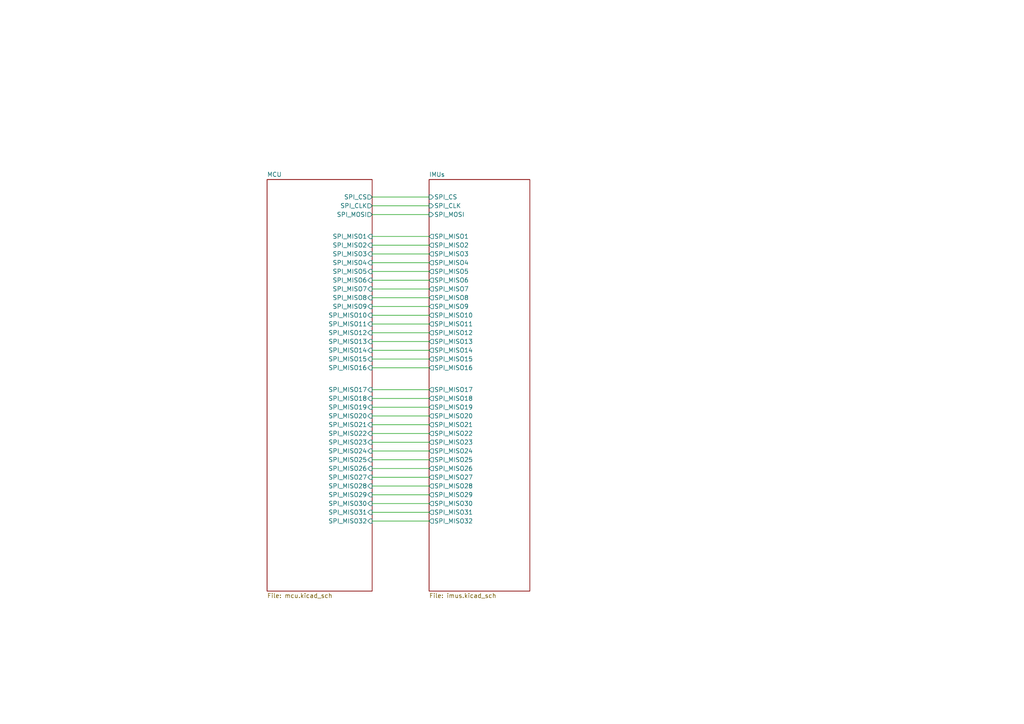
<source format=kicad_sch>
(kicad_sch
	(version 20231120)
	(generator "eeschema")
	(generator_version "8.0")
	(uuid "c46df1ec-dc4c-4f00-9080-69e5a3207676")
	(paper "A4")
	(lib_symbols)
	(wire
		(pts
			(xy 107.95 128.27) (xy 124.46 128.27)
		)
		(stroke
			(width 0)
			(type default)
		)
		(uuid "0496962c-4303-42cc-874b-607d7e94ce9a")
	)
	(wire
		(pts
			(xy 107.95 118.11) (xy 124.46 118.11)
		)
		(stroke
			(width 0)
			(type default)
		)
		(uuid "0754f6ad-50df-44a9-a4d7-a1eada695447")
	)
	(wire
		(pts
			(xy 107.95 73.66) (xy 124.46 73.66)
		)
		(stroke
			(width 0)
			(type default)
		)
		(uuid "17a69b89-ed75-41ab-b978-410a2ab96892")
	)
	(wire
		(pts
			(xy 107.95 88.9) (xy 124.46 88.9)
		)
		(stroke
			(width 0)
			(type default)
		)
		(uuid "1c891721-6ff6-40cf-8d55-90f36176dcd6")
	)
	(wire
		(pts
			(xy 107.95 71.12) (xy 124.46 71.12)
		)
		(stroke
			(width 0)
			(type default)
		)
		(uuid "2033f08f-ebbb-4c3d-a129-e24683ce2d7f")
	)
	(wire
		(pts
			(xy 107.95 113.03) (xy 124.46 113.03)
		)
		(stroke
			(width 0)
			(type default)
		)
		(uuid "26469c7e-a4aa-4e80-b31d-91f42299f961")
	)
	(wire
		(pts
			(xy 107.95 140.97) (xy 124.46 140.97)
		)
		(stroke
			(width 0)
			(type default)
		)
		(uuid "2e288efd-4a62-48a0-a6f9-5cc413ffb594")
	)
	(wire
		(pts
			(xy 107.95 106.68) (xy 124.46 106.68)
		)
		(stroke
			(width 0)
			(type default)
		)
		(uuid "40c12de8-e866-4752-8f94-d34648ecb5a3")
	)
	(wire
		(pts
			(xy 107.95 148.59) (xy 124.46 148.59)
		)
		(stroke
			(width 0)
			(type default)
		)
		(uuid "4683b463-f5af-4967-8ee6-4c1d7a64e0b5")
	)
	(wire
		(pts
			(xy 107.95 57.15) (xy 124.46 57.15)
		)
		(stroke
			(width 0)
			(type default)
		)
		(uuid "4c1c9b0f-642e-4170-b4f6-4814827f1581")
	)
	(wire
		(pts
			(xy 107.95 138.43) (xy 124.46 138.43)
		)
		(stroke
			(width 0)
			(type default)
		)
		(uuid "54da34da-67e2-453e-88ba-2bc4e86523a8")
	)
	(wire
		(pts
			(xy 107.95 59.69) (xy 124.46 59.69)
		)
		(stroke
			(width 0)
			(type default)
		)
		(uuid "5b2b210e-a783-4253-b35e-27723d3c4999")
	)
	(wire
		(pts
			(xy 107.95 130.81) (xy 124.46 130.81)
		)
		(stroke
			(width 0)
			(type default)
		)
		(uuid "69b10a31-ed91-45b3-992f-2bd8b0a82d9f")
	)
	(wire
		(pts
			(xy 107.95 81.28) (xy 124.46 81.28)
		)
		(stroke
			(width 0)
			(type default)
		)
		(uuid "6aeff733-8a87-4d45-9c7b-39d8ec22d1df")
	)
	(wire
		(pts
			(xy 107.95 76.2) (xy 124.46 76.2)
		)
		(stroke
			(width 0)
			(type default)
		)
		(uuid "7bfcb666-ff28-489e-8a45-468f90096c35")
	)
	(wire
		(pts
			(xy 107.95 146.05) (xy 124.46 146.05)
		)
		(stroke
			(width 0)
			(type default)
		)
		(uuid "7e8a8c42-a107-45da-83ec-f26414965f19")
	)
	(wire
		(pts
			(xy 107.95 62.23) (xy 124.46 62.23)
		)
		(stroke
			(width 0)
			(type default)
		)
		(uuid "86e151d0-740a-45a3-9cf0-1d7bed365496")
	)
	(wire
		(pts
			(xy 107.95 120.65) (xy 124.46 120.65)
		)
		(stroke
			(width 0)
			(type default)
		)
		(uuid "87a5997e-e9c7-440b-a974-0a8f69fb1007")
	)
	(wire
		(pts
			(xy 107.95 101.6) (xy 124.46 101.6)
		)
		(stroke
			(width 0)
			(type default)
		)
		(uuid "8c4d3d2c-7039-40ba-994e-0c6dee63b39a")
	)
	(wire
		(pts
			(xy 107.95 133.35) (xy 124.46 133.35)
		)
		(stroke
			(width 0)
			(type default)
		)
		(uuid "90e845d6-ad9b-46d7-8b47-88cfd231ce50")
	)
	(wire
		(pts
			(xy 107.95 83.82) (xy 124.46 83.82)
		)
		(stroke
			(width 0)
			(type default)
		)
		(uuid "94733267-e53a-4b94-9136-87efceaf433d")
	)
	(wire
		(pts
			(xy 107.95 115.57) (xy 124.46 115.57)
		)
		(stroke
			(width 0)
			(type default)
		)
		(uuid "9efd9cde-cca9-4a21-bebc-c3d1ba76f204")
	)
	(wire
		(pts
			(xy 107.95 135.89) (xy 124.46 135.89)
		)
		(stroke
			(width 0)
			(type default)
		)
		(uuid "a87a2ff3-f2c3-4ed3-b317-f4cdb2ee0434")
	)
	(wire
		(pts
			(xy 107.95 125.73) (xy 124.46 125.73)
		)
		(stroke
			(width 0)
			(type default)
		)
		(uuid "ab5491b8-c231-4f6f-94bc-c95db74c36a9")
	)
	(wire
		(pts
			(xy 107.95 96.52) (xy 124.46 96.52)
		)
		(stroke
			(width 0)
			(type default)
		)
		(uuid "ac393b35-0c6f-4057-9fe6-bdcfd64c215b")
	)
	(wire
		(pts
			(xy 107.95 68.58) (xy 124.46 68.58)
		)
		(stroke
			(width 0)
			(type default)
		)
		(uuid "b2ec12eb-48c5-491c-a855-c6fd811bb9fb")
	)
	(wire
		(pts
			(xy 107.95 123.19) (xy 124.46 123.19)
		)
		(stroke
			(width 0)
			(type default)
		)
		(uuid "bc069462-9776-4a31-95be-d1d1032fcc80")
	)
	(wire
		(pts
			(xy 107.95 86.36) (xy 124.46 86.36)
		)
		(stroke
			(width 0)
			(type default)
		)
		(uuid "bea2f133-fd46-495c-8492-bc3e6537a00c")
	)
	(wire
		(pts
			(xy 107.95 78.74) (xy 124.46 78.74)
		)
		(stroke
			(width 0)
			(type default)
		)
		(uuid "dcb0bfd4-9288-40e2-8e69-e57d3fd34ed9")
	)
	(wire
		(pts
			(xy 107.95 143.51) (xy 124.46 143.51)
		)
		(stroke
			(width 0)
			(type default)
		)
		(uuid "e16f0cb3-7805-4a8f-b126-9b5dcb59ed03")
	)
	(wire
		(pts
			(xy 107.95 104.14) (xy 124.46 104.14)
		)
		(stroke
			(width 0)
			(type default)
		)
		(uuid "e5f4e7ab-1911-4114-a583-0a0128653ce4")
	)
	(wire
		(pts
			(xy 107.95 151.13) (xy 124.46 151.13)
		)
		(stroke
			(width 0)
			(type default)
		)
		(uuid "e7b5e4e5-3e52-407b-8190-314f8f3ad2f4")
	)
	(wire
		(pts
			(xy 107.95 99.06) (xy 124.46 99.06)
		)
		(stroke
			(width 0)
			(type default)
		)
		(uuid "ee62ee7a-c501-45b8-86d2-eeb8e0feb3da")
	)
	(wire
		(pts
			(xy 107.95 93.98) (xy 124.46 93.98)
		)
		(stroke
			(width 0)
			(type default)
		)
		(uuid "f3326274-5dd7-4dfd-8aa3-1d535bba0496")
	)
	(wire
		(pts
			(xy 107.95 91.44) (xy 124.46 91.44)
		)
		(stroke
			(width 0)
			(type default)
		)
		(uuid "fcc876f3-f085-4d08-94c1-8c2200e98239")
	)
	(sheet
		(at 124.46 52.07)
		(size 29.21 119.38)
		(fields_autoplaced yes)
		(stroke
			(width 0.1524)
			(type solid)
		)
		(fill
			(color 0 0 0 0.0000)
		)
		(uuid "3ef1f38b-85c9-46ed-8bd7-a3e142b46c24")
		(property "Sheetname" "IMUs"
			(at 124.46 51.3584 0)
			(effects
				(font
					(size 1.27 1.27)
				)
				(justify left bottom)
			)
		)
		(property "Sheetfile" "imus.kicad_sch"
			(at 124.46 172.0346 0)
			(effects
				(font
					(size 1.27 1.27)
				)
				(justify left top)
			)
		)
		(property "フィールド2" ""
			(at 124.46 52.07 0)
			(effects
				(font
					(size 1.27 1.27)
				)
				(hide yes)
			)
		)
		(pin "SPI_MISO11" output
			(at 124.46 93.98 180)
			(effects
				(font
					(size 1.27 1.27)
				)
				(justify left)
			)
			(uuid "903d7b5e-ddcd-4267-a859-5273a0798d6a")
		)
		(pin "SPI_CLK" input
			(at 124.46 59.69 180)
			(effects
				(font
					(size 1.27 1.27)
				)
				(justify left)
			)
			(uuid "91bde7c1-fa78-4043-b267-85890fa91f7b")
		)
		(pin "SPI_CS" input
			(at 124.46 57.15 180)
			(effects
				(font
					(size 1.27 1.27)
				)
				(justify left)
			)
			(uuid "a3592ed6-312b-4af0-bfdb-bbcd2054bde9")
		)
		(pin "SPI_MOSI" input
			(at 124.46 62.23 180)
			(effects
				(font
					(size 1.27 1.27)
				)
				(justify left)
			)
			(uuid "13e6824e-d7fe-40fd-ae3d-24af0d354bba")
		)
		(pin "SPI_MISO9" output
			(at 124.46 88.9 180)
			(effects
				(font
					(size 1.27 1.27)
				)
				(justify left)
			)
			(uuid "edc2a5b2-488b-4941-b74b-7f5b48036021")
		)
		(pin "SPI_MISO10" output
			(at 124.46 91.44 180)
			(effects
				(font
					(size 1.27 1.27)
				)
				(justify left)
			)
			(uuid "61118001-4335-4309-8c3d-b16898b5517b")
		)
		(pin "SPI_MISO12" output
			(at 124.46 96.52 180)
			(effects
				(font
					(size 1.27 1.27)
				)
				(justify left)
			)
			(uuid "e1effdcd-fb97-4e5d-a840-a2453be51098")
		)
		(pin "SPI_MISO16" output
			(at 124.46 106.68 180)
			(effects
				(font
					(size 1.27 1.27)
				)
				(justify left)
			)
			(uuid "69a93b61-d881-406f-9505-27efd1bab30b")
		)
		(pin "SPI_MISO8" output
			(at 124.46 86.36 180)
			(effects
				(font
					(size 1.27 1.27)
				)
				(justify left)
			)
			(uuid "9df4696d-663c-4c0a-978e-ef7dc980170c")
		)
		(pin "SPI_MISO5" output
			(at 124.46 78.74 180)
			(effects
				(font
					(size 1.27 1.27)
				)
				(justify left)
			)
			(uuid "f0d16352-de50-4679-b7fa-1d2e9426743e")
		)
		(pin "SPI_MISO13" output
			(at 124.46 99.06 180)
			(effects
				(font
					(size 1.27 1.27)
				)
				(justify left)
			)
			(uuid "bc602950-ec14-4ade-a5ec-85f1c79515c3")
		)
		(pin "SPI_MISO6" output
			(at 124.46 81.28 180)
			(effects
				(font
					(size 1.27 1.27)
				)
				(justify left)
			)
			(uuid "4cf9cbf2-b3cd-4c50-a18e-109a735f14e2")
		)
		(pin "SPI_MISO7" output
			(at 124.46 83.82 180)
			(effects
				(font
					(size 1.27 1.27)
				)
				(justify left)
			)
			(uuid "c0ab55bd-b6c2-4164-88ec-81f6d402ac8d")
		)
		(pin "SPI_MISO14" output
			(at 124.46 101.6 180)
			(effects
				(font
					(size 1.27 1.27)
				)
				(justify left)
			)
			(uuid "a72e2f33-8bc2-45a9-8d5a-751d7bc40d9d")
		)
		(pin "SPI_MISO15" output
			(at 124.46 104.14 180)
			(effects
				(font
					(size 1.27 1.27)
				)
				(justify left)
			)
			(uuid "749faf0b-8266-4f00-8864-c9d49f634b36")
		)
		(pin "SPI_MISO2" output
			(at 124.46 71.12 180)
			(effects
				(font
					(size 1.27 1.27)
				)
				(justify left)
			)
			(uuid "dda88fdc-3b53-4f1f-8af2-a7d7e59df654")
		)
		(pin "SPI_MISO3" output
			(at 124.46 73.66 180)
			(effects
				(font
					(size 1.27 1.27)
				)
				(justify left)
			)
			(uuid "7e9b627e-ccc3-4f57-999d-bae892d8fc9c")
		)
		(pin "SPI_MISO1" output
			(at 124.46 68.58 180)
			(effects
				(font
					(size 1.27 1.27)
				)
				(justify left)
			)
			(uuid "3d7c461f-88f3-42f6-9324-c2e36a96caf5")
		)
		(pin "SPI_MISO4" output
			(at 124.46 76.2 180)
			(effects
				(font
					(size 1.27 1.27)
				)
				(justify left)
			)
			(uuid "df6f96ec-6ae2-4d09-962b-40b65fe212c7")
		)
		(pin "SPI_MISO21" output
			(at 124.46 123.19 180)
			(effects
				(font
					(size 1.27 1.27)
				)
				(justify left)
			)
			(uuid "4e6169de-bb83-4aed-97d0-36d639dd76f7")
		)
		(pin "SPI_MISO20" output
			(at 124.46 120.65 180)
			(effects
				(font
					(size 1.27 1.27)
				)
				(justify left)
			)
			(uuid "4146fadf-c6c3-40a5-ad3e-3d2c42d48169")
		)
		(pin "SPI_MISO24" output
			(at 124.46 130.81 180)
			(effects
				(font
					(size 1.27 1.27)
				)
				(justify left)
			)
			(uuid "39345dac-d4f6-4f98-8f48-f6b34c29bf72")
		)
		(pin "SPI_MISO19" output
			(at 124.46 118.11 180)
			(effects
				(font
					(size 1.27 1.27)
				)
				(justify left)
			)
			(uuid "4ab02ada-3f2b-497a-a097-9255dfbf49f9")
		)
		(pin "SPI_MISO18" output
			(at 124.46 115.57 180)
			(effects
				(font
					(size 1.27 1.27)
				)
				(justify left)
			)
			(uuid "92fde144-9698-4567-bb81-bdc71812af35")
		)
		(pin "SPI_MISO17" output
			(at 124.46 113.03 180)
			(effects
				(font
					(size 1.27 1.27)
				)
				(justify left)
			)
			(uuid "1abfa7b2-81fe-4e8f-bfac-3bd10f715478")
		)
		(pin "SPI_MISO22" output
			(at 124.46 125.73 180)
			(effects
				(font
					(size 1.27 1.27)
				)
				(justify left)
			)
			(uuid "307e991c-3464-403b-a601-bfc293afb32b")
		)
		(pin "SPI_MISO23" output
			(at 124.46 128.27 180)
			(effects
				(font
					(size 1.27 1.27)
				)
				(justify left)
			)
			(uuid "5067af47-bebd-480a-a244-1bc2ac11bbac")
		)
		(pin "SPI_MISO32" output
			(at 124.46 151.13 180)
			(effects
				(font
					(size 1.27 1.27)
				)
				(justify left)
			)
			(uuid "7448d4b9-c628-4e56-9217-ea5916b56342")
		)
		(pin "SPI_MISO27" output
			(at 124.46 138.43 180)
			(effects
				(font
					(size 1.27 1.27)
				)
				(justify left)
			)
			(uuid "53ca2bbe-0c81-4d23-beb5-71d11202fcc9")
		)
		(pin "SPI_MISO25" output
			(at 124.46 133.35 180)
			(effects
				(font
					(size 1.27 1.27)
				)
				(justify left)
			)
			(uuid "f05b83b8-4160-4dc8-9730-aac80db12ba9")
		)
		(pin "SPI_MISO30" output
			(at 124.46 146.05 180)
			(effects
				(font
					(size 1.27 1.27)
				)
				(justify left)
			)
			(uuid "6f4d5a61-0304-481f-ab93-9ce4f16e9f74")
		)
		(pin "SPI_MISO26" output
			(at 124.46 135.89 180)
			(effects
				(font
					(size 1.27 1.27)
				)
				(justify left)
			)
			(uuid "9e16b583-5497-4f2a-835a-e17c614415cf")
		)
		(pin "SPI_MISO28" output
			(at 124.46 140.97 180)
			(effects
				(font
					(size 1.27 1.27)
				)
				(justify left)
			)
			(uuid "10b12352-8262-47a9-90ed-201b6ad542db")
		)
		(pin "SPI_MISO29" output
			(at 124.46 143.51 180)
			(effects
				(font
					(size 1.27 1.27)
				)
				(justify left)
			)
			(uuid "916d536e-6f4a-4018-af20-ba5d14beaea1")
		)
		(pin "SPI_MISO31" output
			(at 124.46 148.59 180)
			(effects
				(font
					(size 1.27 1.27)
				)
				(justify left)
			)
			(uuid "17b86a1d-4f1a-4762-88fc-01ff858a17aa")
		)
		(instances
			(project "IMUModule_STM32"
				(path "/c46df1ec-dc4c-4f00-9080-69e5a3207676"
					(page "2")
				)
			)
		)
	)
	(sheet
		(at 77.47 52.07)
		(size 30.48 119.38)
		(fields_autoplaced yes)
		(stroke
			(width 0.1524)
			(type solid)
		)
		(fill
			(color 0 0 0 0.0000)
		)
		(uuid "f09c0303-f408-478a-89ca-426c24fee86e")
		(property "Sheetname" "MCU"
			(at 77.47 51.3584 0)
			(effects
				(font
					(size 1.27 1.27)
				)
				(justify left bottom)
			)
		)
		(property "Sheetfile" "mcu.kicad_sch"
			(at 77.47 172.0346 0)
			(effects
				(font
					(size 1.27 1.27)
				)
				(justify left top)
			)
		)
		(pin "SPI_MISO1" input
			(at 107.95 68.58 0)
			(effects
				(font
					(size 1.27 1.27)
				)
				(justify right)
			)
			(uuid "ae5d9bf8-8040-409d-8476-ad4df05367dd")
		)
		(pin "SPI_MOSI" output
			(at 107.95 62.23 0)
			(effects
				(font
					(size 1.27 1.27)
				)
				(justify right)
			)
			(uuid "bbe05e5c-7179-4e88-8575-5c66e41f98dd")
		)
		(pin "SPI_CLK" output
			(at 107.95 59.69 0)
			(effects
				(font
					(size 1.27 1.27)
				)
				(justify right)
			)
			(uuid "53168a80-636b-4c7f-9be3-8f8c6da51c32")
		)
		(pin "SPI_CS" output
			(at 107.95 57.15 0)
			(effects
				(font
					(size 1.27 1.27)
				)
				(justify right)
			)
			(uuid "56bf6427-8b0a-45b1-8676-5a1f0f06e00e")
		)
		(pin "SPI_MISO2" input
			(at 107.95 71.12 0)
			(effects
				(font
					(size 1.27 1.27)
				)
				(justify right)
			)
			(uuid "21638838-d401-42bf-94ef-aea68611c622")
		)
		(pin "SPI_MISO3" input
			(at 107.95 73.66 0)
			(effects
				(font
					(size 1.27 1.27)
				)
				(justify right)
			)
			(uuid "032352c7-0e3c-416c-8964-b701822684a3")
		)
		(pin "SPI_MISO8" input
			(at 107.95 86.36 0)
			(effects
				(font
					(size 1.27 1.27)
				)
				(justify right)
			)
			(uuid "1436e579-bff6-4325-ba23-d9951b18ebe0")
		)
		(pin "SPI_MISO7" input
			(at 107.95 83.82 0)
			(effects
				(font
					(size 1.27 1.27)
				)
				(justify right)
			)
			(uuid "6ef30ee2-28fd-49d9-9b1f-b5eae69fe2b4")
		)
		(pin "SPI_MISO4" input
			(at 107.95 76.2 0)
			(effects
				(font
					(size 1.27 1.27)
				)
				(justify right)
			)
			(uuid "b6a055b2-133c-4beb-b6bc-6ee5b1246b32")
		)
		(pin "SPI_MISO5" input
			(at 107.95 78.74 0)
			(effects
				(font
					(size 1.27 1.27)
				)
				(justify right)
			)
			(uuid "ed68849d-0ec8-4524-9b81-e2d82f69a869")
		)
		(pin "SPI_MISO6" input
			(at 107.95 81.28 0)
			(effects
				(font
					(size 1.27 1.27)
				)
				(justify right)
			)
			(uuid "e2c07b0f-abe8-4a89-a283-cfe90e1e418f")
		)
		(pin "SPI_MISO9" input
			(at 107.95 88.9 0)
			(effects
				(font
					(size 1.27 1.27)
				)
				(justify right)
			)
			(uuid "26f5f23b-bddf-427a-a0ed-1b62d7a96950")
		)
		(pin "SPI_MISO12" input
			(at 107.95 96.52 0)
			(effects
				(font
					(size 1.27 1.27)
				)
				(justify right)
			)
			(uuid "e930c9ce-12c2-409f-a51a-948586bcdb82")
		)
		(pin "SPI_MISO13" input
			(at 107.95 99.06 0)
			(effects
				(font
					(size 1.27 1.27)
				)
				(justify right)
			)
			(uuid "e9ce1d7a-a509-49fc-8c1e-06de5dc823d9")
		)
		(pin "SPI_MISO14" input
			(at 107.95 101.6 0)
			(effects
				(font
					(size 1.27 1.27)
				)
				(justify right)
			)
			(uuid "7e254838-74c7-4695-95a0-2a066ff2709f")
		)
		(pin "SPI_MISO15" input
			(at 107.95 104.14 0)
			(effects
				(font
					(size 1.27 1.27)
				)
				(justify right)
			)
			(uuid "147291b5-4060-44f4-ac4b-7abd4d905a81")
		)
		(pin "SPI_MISO11" input
			(at 107.95 93.98 0)
			(effects
				(font
					(size 1.27 1.27)
				)
				(justify right)
			)
			(uuid "50a7cc2a-7174-4f7a-8358-db08811e9b93")
		)
		(pin "SPI_MISO10" input
			(at 107.95 91.44 0)
			(effects
				(font
					(size 1.27 1.27)
				)
				(justify right)
			)
			(uuid "156ef397-0845-43d6-bc9f-3e43c802009a")
		)
		(pin "SPI_MISO16" input
			(at 107.95 106.68 0)
			(effects
				(font
					(size 1.27 1.27)
				)
				(justify right)
			)
			(uuid "37096563-f9ff-47ee-b09d-7a5fca5467db")
		)
		(pin "SPI_MISO28" input
			(at 107.95 140.97 0)
			(effects
				(font
					(size 1.27 1.27)
				)
				(justify right)
			)
			(uuid "7691e325-b08c-484b-ad05-2213b8ddbd5e")
		)
		(pin "SPI_MISO31" input
			(at 107.95 148.59 0)
			(effects
				(font
					(size 1.27 1.27)
				)
				(justify right)
			)
			(uuid "97a42185-14c1-421e-9ac1-a0c2e5c01347")
		)
		(pin "SPI_MISO32" input
			(at 107.95 151.13 0)
			(effects
				(font
					(size 1.27 1.27)
				)
				(justify right)
			)
			(uuid "9281304a-81d9-4a49-ab32-32e1157d7081")
		)
		(pin "SPI_MISO27" input
			(at 107.95 138.43 0)
			(effects
				(font
					(size 1.27 1.27)
				)
				(justify right)
			)
			(uuid "f6397bcd-2f44-42fe-ab54-24e25c316034")
		)
		(pin "SPI_MISO30" input
			(at 107.95 146.05 0)
			(effects
				(font
					(size 1.27 1.27)
				)
				(justify right)
			)
			(uuid "c9a4365b-87ab-4ee7-b059-7eec6d1fc95a")
		)
		(pin "SPI_MISO29" input
			(at 107.95 143.51 0)
			(effects
				(font
					(size 1.27 1.27)
				)
				(justify right)
			)
			(uuid "b095264b-2dd5-4e4c-8dfc-26107319a0b5")
		)
		(pin "SPI_MISO21" input
			(at 107.95 123.19 0)
			(effects
				(font
					(size 1.27 1.27)
				)
				(justify right)
			)
			(uuid "7254bbbc-2630-4d6c-927f-2c9435af6057")
		)
		(pin "SPI_MISO19" input
			(at 107.95 118.11 0)
			(effects
				(font
					(size 1.27 1.27)
				)
				(justify right)
			)
			(uuid "7284f043-4611-43ef-b10a-e77c316f5243")
		)
		(pin "SPI_MISO17" input
			(at 107.95 113.03 0)
			(effects
				(font
					(size 1.27 1.27)
				)
				(justify right)
			)
			(uuid "348a4f0d-8935-487a-b408-3179d957ac09")
		)
		(pin "SPI_MISO18" input
			(at 107.95 115.57 0)
			(effects
				(font
					(size 1.27 1.27)
				)
				(justify right)
			)
			(uuid "b544be8b-f9a0-4212-a500-dd9012563bdf")
		)
		(pin "SPI_MISO20" input
			(at 107.95 120.65 0)
			(effects
				(font
					(size 1.27 1.27)
				)
				(justify right)
			)
			(uuid "ffa4c474-35de-45cf-9a96-b91777a3447a")
		)
		(pin "SPI_MISO24" input
			(at 107.95 130.81 0)
			(effects
				(font
					(size 1.27 1.27)
				)
				(justify right)
			)
			(uuid "507fcf9a-f400-4e75-98ef-d544c97b1442")
		)
		(pin "SPI_MISO23" input
			(at 107.95 128.27 0)
			(effects
				(font
					(size 1.27 1.27)
				)
				(justify right)
			)
			(uuid "c0de3edc-450a-4469-af06-7810b197e41b")
		)
		(pin "SPI_MISO22" input
			(at 107.95 125.73 0)
			(effects
				(font
					(size 1.27 1.27)
				)
				(justify right)
			)
			(uuid "dca22583-7610-42fe-b27b-f03b54ce563b")
		)
		(pin "SPI_MISO25" input
			(at 107.95 133.35 0)
			(effects
				(font
					(size 1.27 1.27)
				)
				(justify right)
			)
			(uuid "b6a68f38-7c5e-4bb5-9263-8b19c3ef36a9")
		)
		(pin "SPI_MISO26" input
			(at 107.95 135.89 0)
			(effects
				(font
					(size 1.27 1.27)
				)
				(justify right)
			)
			(uuid "ffced220-7cd0-4fd2-9976-e9ad270946ca")
		)
		(instances
			(project "IMUModule_STM32"
				(path "/c46df1ec-dc4c-4f00-9080-69e5a3207676"
					(page "3")
				)
			)
		)
	)
	(sheet_instances
		(path "/"
			(page "1")
		)
	)
)

</source>
